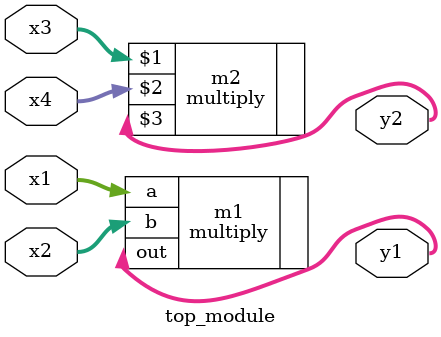
<source format=v>
module top_module
(

    input [1:0] x1, x2, x3, x4,
    output [3:0] y1, y2
);

    multiply m1 (.a(x1), .b(x2), .out(y1));
    multiply m2 (x3, x4, y2);

endmodule
</source>
